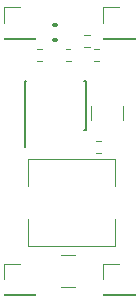
<source format=gto>
G04 #@! TF.GenerationSoftware,KiCad,Pcbnew,5.0.1-33cea8e~68~ubuntu16.04.1*
G04 #@! TF.CreationDate,2018-11-03T17:07:11+01:00*
G04 #@! TF.ProjectId,drone_psu,64726F6E655F7073752E6B696361645F,rev?*
G04 #@! TF.SameCoordinates,Original*
G04 #@! TF.FileFunction,Legend,Top*
G04 #@! TF.FilePolarity,Positive*
%FSLAX46Y46*%
G04 Gerber Fmt 4.6, Leading zero omitted, Abs format (unit mm)*
G04 Created by KiCad (PCBNEW 5.0.1-33cea8e~68~ubuntu16.04.1) date lör  3 nov 2018 17:07:11*
%MOMM*%
%LPD*%
G01*
G04 APERTURE LIST*
%ADD10C,0.120000*%
%ADD11C,0.150000*%
%ADD12C,0.350000*%
%ADD13C,0.100000*%
%ADD14C,0.900000*%
%ADD15R,1.900000X1.900000*%
%ADD16C,1.450000*%
%ADD17R,1.700000X2.400000*%
%ADD18R,2.550000X2.550000*%
%ADD19R,0.800000X1.750000*%
%ADD20C,1.150000*%
G04 APERTURE END LIST*
D10*
G04 #@! TO.C,C4*
X115920000Y-114210000D02*
X115480000Y-114210000D01*
X115920000Y-113190000D02*
X115480000Y-113190000D01*
G04 #@! TO.C,C1*
X120920000Y-122010000D02*
X120480000Y-122010000D01*
X120920000Y-120990000D02*
X120480000Y-120990000D01*
G04 #@! TO.C,R3*
X118320000Y-113190000D02*
X117880000Y-113190000D01*
X118320000Y-114210000D02*
X117880000Y-114210000D01*
G04 #@! TO.C,R2*
X120720000Y-113190000D02*
X120280000Y-113190000D01*
X120720000Y-114210000D02*
X120280000Y-114210000D01*
G04 #@! TO.C,R1*
X119480000Y-113010000D02*
X119920000Y-113010000D01*
X119480000Y-111990000D02*
X119920000Y-111990000D01*
G04 #@! TO.C,J3*
X121070000Y-109670000D02*
X122400000Y-109670000D01*
X121070000Y-111000000D02*
X121070000Y-109670000D01*
X121070000Y-112270000D02*
X123730000Y-112270000D01*
X123730000Y-112270000D02*
X123730000Y-112330000D01*
X121070000Y-112270000D02*
X121070000Y-112330000D01*
X121070000Y-112330000D02*
X123730000Y-112330000D01*
G04 #@! TO.C,C5*
X118702064Y-130640000D02*
X117497936Y-130640000D01*
X118702064Y-133360000D02*
X117497936Y-133360000D01*
G04 #@! TO.C,C3*
X122760000Y-119202064D02*
X122760000Y-117997936D01*
X120040000Y-119202064D02*
X120040000Y-117997936D01*
G04 #@! TO.C,J1*
X112670000Y-109670000D02*
X114000000Y-109670000D01*
X112670000Y-111000000D02*
X112670000Y-109670000D01*
X112670000Y-112270000D02*
X115330000Y-112270000D01*
X115330000Y-112270000D02*
X115330000Y-112330000D01*
X112670000Y-112270000D02*
X112670000Y-112330000D01*
X112670000Y-112330000D02*
X115330000Y-112330000D01*
G04 #@! TO.C,J2*
X121070000Y-131370000D02*
X122400000Y-131370000D01*
X121070000Y-132700000D02*
X121070000Y-131370000D01*
X121070000Y-133970000D02*
X123730000Y-133970000D01*
X123730000Y-133970000D02*
X123730000Y-134030000D01*
X121070000Y-133970000D02*
X121070000Y-134030000D01*
X121070000Y-134030000D02*
X123730000Y-134030000D01*
G04 #@! TO.C,J5*
X112670000Y-131370000D02*
X114000000Y-131370000D01*
X112670000Y-132700000D02*
X112670000Y-131370000D01*
X112670000Y-133970000D02*
X115330000Y-133970000D01*
X115330000Y-133970000D02*
X115330000Y-134030000D01*
X112670000Y-133970000D02*
X112670000Y-134030000D01*
X112670000Y-134030000D02*
X115330000Y-134030000D01*
G04 #@! TO.C,L1*
X122100000Y-122500000D02*
X122100000Y-124800000D01*
X114700000Y-122500000D02*
X122100000Y-122500000D01*
X114700000Y-124800000D02*
X114700000Y-122500000D01*
X114700000Y-129900000D02*
X114700000Y-127600000D01*
X122100000Y-129900000D02*
X114700000Y-129900000D01*
X122100000Y-127600000D02*
X122100000Y-129900000D01*
D11*
G04 #@! TO.C,U1*
X114475000Y-120075000D02*
X114475000Y-121475000D01*
X119575000Y-120075000D02*
X119575000Y-115925000D01*
X114425000Y-120075000D02*
X114425000Y-115925000D01*
X119575000Y-120075000D02*
X119430000Y-120075000D01*
X119575000Y-115925000D02*
X119430000Y-115925000D01*
X114425000Y-115925000D02*
X114570000Y-115925000D01*
X114425000Y-120075000D02*
X114475000Y-120075000D01*
D12*
G04 #@! TO.C,C2*
X117050000Y-112450000D02*
X116908000Y-112450000D01*
X116908000Y-111150000D02*
X117050000Y-111150000D01*
G04 #@! TD*
%LPC*%
D13*
G04 #@! TO.C,C4*
G36*
X116597054Y-113176083D02*
X116618895Y-113179323D01*
X116640314Y-113184688D01*
X116661104Y-113192127D01*
X116681064Y-113201568D01*
X116700003Y-113212919D01*
X116717738Y-113226073D01*
X116734099Y-113240901D01*
X116748927Y-113257262D01*
X116762081Y-113274997D01*
X116773432Y-113293936D01*
X116782873Y-113313896D01*
X116790312Y-113334686D01*
X116795677Y-113356105D01*
X116798917Y-113377946D01*
X116800000Y-113400000D01*
X116800000Y-114000000D01*
X116798917Y-114022054D01*
X116795677Y-114043895D01*
X116790312Y-114065314D01*
X116782873Y-114086104D01*
X116773432Y-114106064D01*
X116762081Y-114125003D01*
X116748927Y-114142738D01*
X116734099Y-114159099D01*
X116717738Y-114173927D01*
X116700003Y-114187081D01*
X116681064Y-114198432D01*
X116661104Y-114207873D01*
X116640314Y-114215312D01*
X116618895Y-114220677D01*
X116597054Y-114223917D01*
X116575000Y-114225000D01*
X116125000Y-114225000D01*
X116102946Y-114223917D01*
X116081105Y-114220677D01*
X116059686Y-114215312D01*
X116038896Y-114207873D01*
X116018936Y-114198432D01*
X115999997Y-114187081D01*
X115982262Y-114173927D01*
X115965901Y-114159099D01*
X115951073Y-114142738D01*
X115937919Y-114125003D01*
X115926568Y-114106064D01*
X115917127Y-114086104D01*
X115909688Y-114065314D01*
X115904323Y-114043895D01*
X115901083Y-114022054D01*
X115900000Y-114000000D01*
X115900000Y-113400000D01*
X115901083Y-113377946D01*
X115904323Y-113356105D01*
X115909688Y-113334686D01*
X115917127Y-113313896D01*
X115926568Y-113293936D01*
X115937919Y-113274997D01*
X115951073Y-113257262D01*
X115965901Y-113240901D01*
X115982262Y-113226073D01*
X115999997Y-113212919D01*
X116018936Y-113201568D01*
X116038896Y-113192127D01*
X116059686Y-113184688D01*
X116081105Y-113179323D01*
X116102946Y-113176083D01*
X116125000Y-113175000D01*
X116575000Y-113175000D01*
X116597054Y-113176083D01*
X116597054Y-113176083D01*
G37*
D14*
X116350000Y-113700000D03*
D13*
G36*
X115297054Y-113176083D02*
X115318895Y-113179323D01*
X115340314Y-113184688D01*
X115361104Y-113192127D01*
X115381064Y-113201568D01*
X115400003Y-113212919D01*
X115417738Y-113226073D01*
X115434099Y-113240901D01*
X115448927Y-113257262D01*
X115462081Y-113274997D01*
X115473432Y-113293936D01*
X115482873Y-113313896D01*
X115490312Y-113334686D01*
X115495677Y-113356105D01*
X115498917Y-113377946D01*
X115500000Y-113400000D01*
X115500000Y-114000000D01*
X115498917Y-114022054D01*
X115495677Y-114043895D01*
X115490312Y-114065314D01*
X115482873Y-114086104D01*
X115473432Y-114106064D01*
X115462081Y-114125003D01*
X115448927Y-114142738D01*
X115434099Y-114159099D01*
X115417738Y-114173927D01*
X115400003Y-114187081D01*
X115381064Y-114198432D01*
X115361104Y-114207873D01*
X115340314Y-114215312D01*
X115318895Y-114220677D01*
X115297054Y-114223917D01*
X115275000Y-114225000D01*
X114825000Y-114225000D01*
X114802946Y-114223917D01*
X114781105Y-114220677D01*
X114759686Y-114215312D01*
X114738896Y-114207873D01*
X114718936Y-114198432D01*
X114699997Y-114187081D01*
X114682262Y-114173927D01*
X114665901Y-114159099D01*
X114651073Y-114142738D01*
X114637919Y-114125003D01*
X114626568Y-114106064D01*
X114617127Y-114086104D01*
X114609688Y-114065314D01*
X114604323Y-114043895D01*
X114601083Y-114022054D01*
X114600000Y-114000000D01*
X114600000Y-113400000D01*
X114601083Y-113377946D01*
X114604323Y-113356105D01*
X114609688Y-113334686D01*
X114617127Y-113313896D01*
X114626568Y-113293936D01*
X114637919Y-113274997D01*
X114651073Y-113257262D01*
X114665901Y-113240901D01*
X114682262Y-113226073D01*
X114699997Y-113212919D01*
X114718936Y-113201568D01*
X114738896Y-113192127D01*
X114759686Y-113184688D01*
X114781105Y-113179323D01*
X114802946Y-113176083D01*
X114825000Y-113175000D01*
X115275000Y-113175000D01*
X115297054Y-113176083D01*
X115297054Y-113176083D01*
G37*
D14*
X115050000Y-113700000D03*
G04 #@! TD*
D13*
G04 #@! TO.C,C1*
G36*
X121597054Y-120976083D02*
X121618895Y-120979323D01*
X121640314Y-120984688D01*
X121661104Y-120992127D01*
X121681064Y-121001568D01*
X121700003Y-121012919D01*
X121717738Y-121026073D01*
X121734099Y-121040901D01*
X121748927Y-121057262D01*
X121762081Y-121074997D01*
X121773432Y-121093936D01*
X121782873Y-121113896D01*
X121790312Y-121134686D01*
X121795677Y-121156105D01*
X121798917Y-121177946D01*
X121800000Y-121200000D01*
X121800000Y-121800000D01*
X121798917Y-121822054D01*
X121795677Y-121843895D01*
X121790312Y-121865314D01*
X121782873Y-121886104D01*
X121773432Y-121906064D01*
X121762081Y-121925003D01*
X121748927Y-121942738D01*
X121734099Y-121959099D01*
X121717738Y-121973927D01*
X121700003Y-121987081D01*
X121681064Y-121998432D01*
X121661104Y-122007873D01*
X121640314Y-122015312D01*
X121618895Y-122020677D01*
X121597054Y-122023917D01*
X121575000Y-122025000D01*
X121125000Y-122025000D01*
X121102946Y-122023917D01*
X121081105Y-122020677D01*
X121059686Y-122015312D01*
X121038896Y-122007873D01*
X121018936Y-121998432D01*
X120999997Y-121987081D01*
X120982262Y-121973927D01*
X120965901Y-121959099D01*
X120951073Y-121942738D01*
X120937919Y-121925003D01*
X120926568Y-121906064D01*
X120917127Y-121886104D01*
X120909688Y-121865314D01*
X120904323Y-121843895D01*
X120901083Y-121822054D01*
X120900000Y-121800000D01*
X120900000Y-121200000D01*
X120901083Y-121177946D01*
X120904323Y-121156105D01*
X120909688Y-121134686D01*
X120917127Y-121113896D01*
X120926568Y-121093936D01*
X120937919Y-121074997D01*
X120951073Y-121057262D01*
X120965901Y-121040901D01*
X120982262Y-121026073D01*
X120999997Y-121012919D01*
X121018936Y-121001568D01*
X121038896Y-120992127D01*
X121059686Y-120984688D01*
X121081105Y-120979323D01*
X121102946Y-120976083D01*
X121125000Y-120975000D01*
X121575000Y-120975000D01*
X121597054Y-120976083D01*
X121597054Y-120976083D01*
G37*
D14*
X121350000Y-121500000D03*
D13*
G36*
X120297054Y-120976083D02*
X120318895Y-120979323D01*
X120340314Y-120984688D01*
X120361104Y-120992127D01*
X120381064Y-121001568D01*
X120400003Y-121012919D01*
X120417738Y-121026073D01*
X120434099Y-121040901D01*
X120448927Y-121057262D01*
X120462081Y-121074997D01*
X120473432Y-121093936D01*
X120482873Y-121113896D01*
X120490312Y-121134686D01*
X120495677Y-121156105D01*
X120498917Y-121177946D01*
X120500000Y-121200000D01*
X120500000Y-121800000D01*
X120498917Y-121822054D01*
X120495677Y-121843895D01*
X120490312Y-121865314D01*
X120482873Y-121886104D01*
X120473432Y-121906064D01*
X120462081Y-121925003D01*
X120448927Y-121942738D01*
X120434099Y-121959099D01*
X120417738Y-121973927D01*
X120400003Y-121987081D01*
X120381064Y-121998432D01*
X120361104Y-122007873D01*
X120340314Y-122015312D01*
X120318895Y-122020677D01*
X120297054Y-122023917D01*
X120275000Y-122025000D01*
X119825000Y-122025000D01*
X119802946Y-122023917D01*
X119781105Y-122020677D01*
X119759686Y-122015312D01*
X119738896Y-122007873D01*
X119718936Y-121998432D01*
X119699997Y-121987081D01*
X119682262Y-121973927D01*
X119665901Y-121959099D01*
X119651073Y-121942738D01*
X119637919Y-121925003D01*
X119626568Y-121906064D01*
X119617127Y-121886104D01*
X119609688Y-121865314D01*
X119604323Y-121843895D01*
X119601083Y-121822054D01*
X119600000Y-121800000D01*
X119600000Y-121200000D01*
X119601083Y-121177946D01*
X119604323Y-121156105D01*
X119609688Y-121134686D01*
X119617127Y-121113896D01*
X119626568Y-121093936D01*
X119637919Y-121074997D01*
X119651073Y-121057262D01*
X119665901Y-121040901D01*
X119682262Y-121026073D01*
X119699997Y-121012919D01*
X119718936Y-121001568D01*
X119738896Y-120992127D01*
X119759686Y-120984688D01*
X119781105Y-120979323D01*
X119802946Y-120976083D01*
X119825000Y-120975000D01*
X120275000Y-120975000D01*
X120297054Y-120976083D01*
X120297054Y-120976083D01*
G37*
D14*
X120050000Y-121500000D03*
G04 #@! TD*
D13*
G04 #@! TO.C,R3*
G36*
X117647054Y-113176083D02*
X117668895Y-113179323D01*
X117690314Y-113184688D01*
X117711104Y-113192127D01*
X117731064Y-113201568D01*
X117750003Y-113212919D01*
X117767738Y-113226073D01*
X117784099Y-113240901D01*
X117798927Y-113257262D01*
X117812081Y-113274997D01*
X117823432Y-113293936D01*
X117832873Y-113313896D01*
X117840312Y-113334686D01*
X117845677Y-113356105D01*
X117848917Y-113377946D01*
X117850000Y-113400000D01*
X117850000Y-114000000D01*
X117848917Y-114022054D01*
X117845677Y-114043895D01*
X117840312Y-114065314D01*
X117832873Y-114086104D01*
X117823432Y-114106064D01*
X117812081Y-114125003D01*
X117798927Y-114142738D01*
X117784099Y-114159099D01*
X117767738Y-114173927D01*
X117750003Y-114187081D01*
X117731064Y-114198432D01*
X117711104Y-114207873D01*
X117690314Y-114215312D01*
X117668895Y-114220677D01*
X117647054Y-114223917D01*
X117625000Y-114225000D01*
X117175000Y-114225000D01*
X117152946Y-114223917D01*
X117131105Y-114220677D01*
X117109686Y-114215312D01*
X117088896Y-114207873D01*
X117068936Y-114198432D01*
X117049997Y-114187081D01*
X117032262Y-114173927D01*
X117015901Y-114159099D01*
X117001073Y-114142738D01*
X116987919Y-114125003D01*
X116976568Y-114106064D01*
X116967127Y-114086104D01*
X116959688Y-114065314D01*
X116954323Y-114043895D01*
X116951083Y-114022054D01*
X116950000Y-114000000D01*
X116950000Y-113400000D01*
X116951083Y-113377946D01*
X116954323Y-113356105D01*
X116959688Y-113334686D01*
X116967127Y-113313896D01*
X116976568Y-113293936D01*
X116987919Y-113274997D01*
X117001073Y-113257262D01*
X117015901Y-113240901D01*
X117032262Y-113226073D01*
X117049997Y-113212919D01*
X117068936Y-113201568D01*
X117088896Y-113192127D01*
X117109686Y-113184688D01*
X117131105Y-113179323D01*
X117152946Y-113176083D01*
X117175000Y-113175000D01*
X117625000Y-113175000D01*
X117647054Y-113176083D01*
X117647054Y-113176083D01*
G37*
D14*
X117400000Y-113700000D03*
D13*
G36*
X118997054Y-113176083D02*
X119018895Y-113179323D01*
X119040314Y-113184688D01*
X119061104Y-113192127D01*
X119081064Y-113201568D01*
X119100003Y-113212919D01*
X119117738Y-113226073D01*
X119134099Y-113240901D01*
X119148927Y-113257262D01*
X119162081Y-113274997D01*
X119173432Y-113293936D01*
X119182873Y-113313896D01*
X119190312Y-113334686D01*
X119195677Y-113356105D01*
X119198917Y-113377946D01*
X119200000Y-113400000D01*
X119200000Y-114000000D01*
X119198917Y-114022054D01*
X119195677Y-114043895D01*
X119190312Y-114065314D01*
X119182873Y-114086104D01*
X119173432Y-114106064D01*
X119162081Y-114125003D01*
X119148927Y-114142738D01*
X119134099Y-114159099D01*
X119117738Y-114173927D01*
X119100003Y-114187081D01*
X119081064Y-114198432D01*
X119061104Y-114207873D01*
X119040314Y-114215312D01*
X119018895Y-114220677D01*
X118997054Y-114223917D01*
X118975000Y-114225000D01*
X118525000Y-114225000D01*
X118502946Y-114223917D01*
X118481105Y-114220677D01*
X118459686Y-114215312D01*
X118438896Y-114207873D01*
X118418936Y-114198432D01*
X118399997Y-114187081D01*
X118382262Y-114173927D01*
X118365901Y-114159099D01*
X118351073Y-114142738D01*
X118337919Y-114125003D01*
X118326568Y-114106064D01*
X118317127Y-114086104D01*
X118309688Y-114065314D01*
X118304323Y-114043895D01*
X118301083Y-114022054D01*
X118300000Y-114000000D01*
X118300000Y-113400000D01*
X118301083Y-113377946D01*
X118304323Y-113356105D01*
X118309688Y-113334686D01*
X118317127Y-113313896D01*
X118326568Y-113293936D01*
X118337919Y-113274997D01*
X118351073Y-113257262D01*
X118365901Y-113240901D01*
X118382262Y-113226073D01*
X118399997Y-113212919D01*
X118418936Y-113201568D01*
X118438896Y-113192127D01*
X118459686Y-113184688D01*
X118481105Y-113179323D01*
X118502946Y-113176083D01*
X118525000Y-113175000D01*
X118975000Y-113175000D01*
X118997054Y-113176083D01*
X118997054Y-113176083D01*
G37*
D14*
X118750000Y-113700000D03*
G04 #@! TD*
D13*
G04 #@! TO.C,R2*
G36*
X120047054Y-113176083D02*
X120068895Y-113179323D01*
X120090314Y-113184688D01*
X120111104Y-113192127D01*
X120131064Y-113201568D01*
X120150003Y-113212919D01*
X120167738Y-113226073D01*
X120184099Y-113240901D01*
X120198927Y-113257262D01*
X120212081Y-113274997D01*
X120223432Y-113293936D01*
X120232873Y-113313896D01*
X120240312Y-113334686D01*
X120245677Y-113356105D01*
X120248917Y-113377946D01*
X120250000Y-113400000D01*
X120250000Y-114000000D01*
X120248917Y-114022054D01*
X120245677Y-114043895D01*
X120240312Y-114065314D01*
X120232873Y-114086104D01*
X120223432Y-114106064D01*
X120212081Y-114125003D01*
X120198927Y-114142738D01*
X120184099Y-114159099D01*
X120167738Y-114173927D01*
X120150003Y-114187081D01*
X120131064Y-114198432D01*
X120111104Y-114207873D01*
X120090314Y-114215312D01*
X120068895Y-114220677D01*
X120047054Y-114223917D01*
X120025000Y-114225000D01*
X119575000Y-114225000D01*
X119552946Y-114223917D01*
X119531105Y-114220677D01*
X119509686Y-114215312D01*
X119488896Y-114207873D01*
X119468936Y-114198432D01*
X119449997Y-114187081D01*
X119432262Y-114173927D01*
X119415901Y-114159099D01*
X119401073Y-114142738D01*
X119387919Y-114125003D01*
X119376568Y-114106064D01*
X119367127Y-114086104D01*
X119359688Y-114065314D01*
X119354323Y-114043895D01*
X119351083Y-114022054D01*
X119350000Y-114000000D01*
X119350000Y-113400000D01*
X119351083Y-113377946D01*
X119354323Y-113356105D01*
X119359688Y-113334686D01*
X119367127Y-113313896D01*
X119376568Y-113293936D01*
X119387919Y-113274997D01*
X119401073Y-113257262D01*
X119415901Y-113240901D01*
X119432262Y-113226073D01*
X119449997Y-113212919D01*
X119468936Y-113201568D01*
X119488896Y-113192127D01*
X119509686Y-113184688D01*
X119531105Y-113179323D01*
X119552946Y-113176083D01*
X119575000Y-113175000D01*
X120025000Y-113175000D01*
X120047054Y-113176083D01*
X120047054Y-113176083D01*
G37*
D14*
X119800000Y-113700000D03*
D13*
G36*
X121397054Y-113176083D02*
X121418895Y-113179323D01*
X121440314Y-113184688D01*
X121461104Y-113192127D01*
X121481064Y-113201568D01*
X121500003Y-113212919D01*
X121517738Y-113226073D01*
X121534099Y-113240901D01*
X121548927Y-113257262D01*
X121562081Y-113274997D01*
X121573432Y-113293936D01*
X121582873Y-113313896D01*
X121590312Y-113334686D01*
X121595677Y-113356105D01*
X121598917Y-113377946D01*
X121600000Y-113400000D01*
X121600000Y-114000000D01*
X121598917Y-114022054D01*
X121595677Y-114043895D01*
X121590312Y-114065314D01*
X121582873Y-114086104D01*
X121573432Y-114106064D01*
X121562081Y-114125003D01*
X121548927Y-114142738D01*
X121534099Y-114159099D01*
X121517738Y-114173927D01*
X121500003Y-114187081D01*
X121481064Y-114198432D01*
X121461104Y-114207873D01*
X121440314Y-114215312D01*
X121418895Y-114220677D01*
X121397054Y-114223917D01*
X121375000Y-114225000D01*
X120925000Y-114225000D01*
X120902946Y-114223917D01*
X120881105Y-114220677D01*
X120859686Y-114215312D01*
X120838896Y-114207873D01*
X120818936Y-114198432D01*
X120799997Y-114187081D01*
X120782262Y-114173927D01*
X120765901Y-114159099D01*
X120751073Y-114142738D01*
X120737919Y-114125003D01*
X120726568Y-114106064D01*
X120717127Y-114086104D01*
X120709688Y-114065314D01*
X120704323Y-114043895D01*
X120701083Y-114022054D01*
X120700000Y-114000000D01*
X120700000Y-113400000D01*
X120701083Y-113377946D01*
X120704323Y-113356105D01*
X120709688Y-113334686D01*
X120717127Y-113313896D01*
X120726568Y-113293936D01*
X120737919Y-113274997D01*
X120751073Y-113257262D01*
X120765901Y-113240901D01*
X120782262Y-113226073D01*
X120799997Y-113212919D01*
X120818936Y-113201568D01*
X120838896Y-113192127D01*
X120859686Y-113184688D01*
X120881105Y-113179323D01*
X120902946Y-113176083D01*
X120925000Y-113175000D01*
X121375000Y-113175000D01*
X121397054Y-113176083D01*
X121397054Y-113176083D01*
G37*
D14*
X121150000Y-113700000D03*
G04 #@! TD*
D13*
G04 #@! TO.C,R1*
G36*
X120647054Y-111976083D02*
X120668895Y-111979323D01*
X120690314Y-111984688D01*
X120711104Y-111992127D01*
X120731064Y-112001568D01*
X120750003Y-112012919D01*
X120767738Y-112026073D01*
X120784099Y-112040901D01*
X120798927Y-112057262D01*
X120812081Y-112074997D01*
X120823432Y-112093936D01*
X120832873Y-112113896D01*
X120840312Y-112134686D01*
X120845677Y-112156105D01*
X120848917Y-112177946D01*
X120850000Y-112200000D01*
X120850000Y-112800000D01*
X120848917Y-112822054D01*
X120845677Y-112843895D01*
X120840312Y-112865314D01*
X120832873Y-112886104D01*
X120823432Y-112906064D01*
X120812081Y-112925003D01*
X120798927Y-112942738D01*
X120784099Y-112959099D01*
X120767738Y-112973927D01*
X120750003Y-112987081D01*
X120731064Y-112998432D01*
X120711104Y-113007873D01*
X120690314Y-113015312D01*
X120668895Y-113020677D01*
X120647054Y-113023917D01*
X120625000Y-113025000D01*
X120175000Y-113025000D01*
X120152946Y-113023917D01*
X120131105Y-113020677D01*
X120109686Y-113015312D01*
X120088896Y-113007873D01*
X120068936Y-112998432D01*
X120049997Y-112987081D01*
X120032262Y-112973927D01*
X120015901Y-112959099D01*
X120001073Y-112942738D01*
X119987919Y-112925003D01*
X119976568Y-112906064D01*
X119967127Y-112886104D01*
X119959688Y-112865314D01*
X119954323Y-112843895D01*
X119951083Y-112822054D01*
X119950000Y-112800000D01*
X119950000Y-112200000D01*
X119951083Y-112177946D01*
X119954323Y-112156105D01*
X119959688Y-112134686D01*
X119967127Y-112113896D01*
X119976568Y-112093936D01*
X119987919Y-112074997D01*
X120001073Y-112057262D01*
X120015901Y-112040901D01*
X120032262Y-112026073D01*
X120049997Y-112012919D01*
X120068936Y-112001568D01*
X120088896Y-111992127D01*
X120109686Y-111984688D01*
X120131105Y-111979323D01*
X120152946Y-111976083D01*
X120175000Y-111975000D01*
X120625000Y-111975000D01*
X120647054Y-111976083D01*
X120647054Y-111976083D01*
G37*
D14*
X120400000Y-112500000D03*
D13*
G36*
X119297054Y-111976083D02*
X119318895Y-111979323D01*
X119340314Y-111984688D01*
X119361104Y-111992127D01*
X119381064Y-112001568D01*
X119400003Y-112012919D01*
X119417738Y-112026073D01*
X119434099Y-112040901D01*
X119448927Y-112057262D01*
X119462081Y-112074997D01*
X119473432Y-112093936D01*
X119482873Y-112113896D01*
X119490312Y-112134686D01*
X119495677Y-112156105D01*
X119498917Y-112177946D01*
X119500000Y-112200000D01*
X119500000Y-112800000D01*
X119498917Y-112822054D01*
X119495677Y-112843895D01*
X119490312Y-112865314D01*
X119482873Y-112886104D01*
X119473432Y-112906064D01*
X119462081Y-112925003D01*
X119448927Y-112942738D01*
X119434099Y-112959099D01*
X119417738Y-112973927D01*
X119400003Y-112987081D01*
X119381064Y-112998432D01*
X119361104Y-113007873D01*
X119340314Y-113015312D01*
X119318895Y-113020677D01*
X119297054Y-113023917D01*
X119275000Y-113025000D01*
X118825000Y-113025000D01*
X118802946Y-113023917D01*
X118781105Y-113020677D01*
X118759686Y-113015312D01*
X118738896Y-113007873D01*
X118718936Y-112998432D01*
X118699997Y-112987081D01*
X118682262Y-112973927D01*
X118665901Y-112959099D01*
X118651073Y-112942738D01*
X118637919Y-112925003D01*
X118626568Y-112906064D01*
X118617127Y-112886104D01*
X118609688Y-112865314D01*
X118604323Y-112843895D01*
X118601083Y-112822054D01*
X118600000Y-112800000D01*
X118600000Y-112200000D01*
X118601083Y-112177946D01*
X118604323Y-112156105D01*
X118609688Y-112134686D01*
X118617127Y-112113896D01*
X118626568Y-112093936D01*
X118637919Y-112074997D01*
X118651073Y-112057262D01*
X118665901Y-112040901D01*
X118682262Y-112026073D01*
X118699997Y-112012919D01*
X118718936Y-112001568D01*
X118738896Y-111992127D01*
X118759686Y-111984688D01*
X118781105Y-111979323D01*
X118802946Y-111976083D01*
X118825000Y-111975000D01*
X119275000Y-111975000D01*
X119297054Y-111976083D01*
X119297054Y-111976083D01*
G37*
D14*
X119050000Y-112500000D03*
G04 #@! TD*
D15*
G04 #@! TO.C,J3*
X122400000Y-111000000D03*
G04 #@! TD*
D13*
G04 #@! TO.C,C5*
G36*
X117163425Y-130576396D02*
X117191576Y-130580572D01*
X117219183Y-130587487D01*
X117245978Y-130597075D01*
X117271705Y-130609243D01*
X117296115Y-130623874D01*
X117318974Y-130640827D01*
X117340061Y-130659939D01*
X117359173Y-130681026D01*
X117376126Y-130703885D01*
X117390757Y-130728295D01*
X117402925Y-130754022D01*
X117412513Y-130780817D01*
X117419428Y-130808424D01*
X117423604Y-130836575D01*
X117425000Y-130865000D01*
X117425000Y-133135000D01*
X117423604Y-133163425D01*
X117419428Y-133191576D01*
X117412513Y-133219183D01*
X117402925Y-133245978D01*
X117390757Y-133271705D01*
X117376126Y-133296115D01*
X117359173Y-133318974D01*
X117340061Y-133340061D01*
X117318974Y-133359173D01*
X117296115Y-133376126D01*
X117271705Y-133390757D01*
X117245978Y-133402925D01*
X117219183Y-133412513D01*
X117191576Y-133419428D01*
X117163425Y-133423604D01*
X117135000Y-133425000D01*
X116265000Y-133425000D01*
X116236575Y-133423604D01*
X116208424Y-133419428D01*
X116180817Y-133412513D01*
X116154022Y-133402925D01*
X116128295Y-133390757D01*
X116103885Y-133376126D01*
X116081026Y-133359173D01*
X116059939Y-133340061D01*
X116040827Y-133318974D01*
X116023874Y-133296115D01*
X116009243Y-133271705D01*
X115997075Y-133245978D01*
X115987487Y-133219183D01*
X115980572Y-133191576D01*
X115976396Y-133163425D01*
X115975000Y-133135000D01*
X115975000Y-130865000D01*
X115976396Y-130836575D01*
X115980572Y-130808424D01*
X115987487Y-130780817D01*
X115997075Y-130754022D01*
X116009243Y-130728295D01*
X116023874Y-130703885D01*
X116040827Y-130681026D01*
X116059939Y-130659939D01*
X116081026Y-130640827D01*
X116103885Y-130623874D01*
X116128295Y-130609243D01*
X116154022Y-130597075D01*
X116180817Y-130587487D01*
X116208424Y-130580572D01*
X116236575Y-130576396D01*
X116265000Y-130575000D01*
X117135000Y-130575000D01*
X117163425Y-130576396D01*
X117163425Y-130576396D01*
G37*
D16*
X116700000Y-132000000D03*
D13*
G36*
X119963425Y-130576396D02*
X119991576Y-130580572D01*
X120019183Y-130587487D01*
X120045978Y-130597075D01*
X120071705Y-130609243D01*
X120096115Y-130623874D01*
X120118974Y-130640827D01*
X120140061Y-130659939D01*
X120159173Y-130681026D01*
X120176126Y-130703885D01*
X120190757Y-130728295D01*
X120202925Y-130754022D01*
X120212513Y-130780817D01*
X120219428Y-130808424D01*
X120223604Y-130836575D01*
X120225000Y-130865000D01*
X120225000Y-133135000D01*
X120223604Y-133163425D01*
X120219428Y-133191576D01*
X120212513Y-133219183D01*
X120202925Y-133245978D01*
X120190757Y-133271705D01*
X120176126Y-133296115D01*
X120159173Y-133318974D01*
X120140061Y-133340061D01*
X120118974Y-133359173D01*
X120096115Y-133376126D01*
X120071705Y-133390757D01*
X120045978Y-133402925D01*
X120019183Y-133412513D01*
X119991576Y-133419428D01*
X119963425Y-133423604D01*
X119935000Y-133425000D01*
X119065000Y-133425000D01*
X119036575Y-133423604D01*
X119008424Y-133419428D01*
X118980817Y-133412513D01*
X118954022Y-133402925D01*
X118928295Y-133390757D01*
X118903885Y-133376126D01*
X118881026Y-133359173D01*
X118859939Y-133340061D01*
X118840827Y-133318974D01*
X118823874Y-133296115D01*
X118809243Y-133271705D01*
X118797075Y-133245978D01*
X118787487Y-133219183D01*
X118780572Y-133191576D01*
X118776396Y-133163425D01*
X118775000Y-133135000D01*
X118775000Y-130865000D01*
X118776396Y-130836575D01*
X118780572Y-130808424D01*
X118787487Y-130780817D01*
X118797075Y-130754022D01*
X118809243Y-130728295D01*
X118823874Y-130703885D01*
X118840827Y-130681026D01*
X118859939Y-130659939D01*
X118881026Y-130640827D01*
X118903885Y-130623874D01*
X118928295Y-130609243D01*
X118954022Y-130597075D01*
X118980817Y-130587487D01*
X119008424Y-130580572D01*
X119036575Y-130576396D01*
X119065000Y-130575000D01*
X119935000Y-130575000D01*
X119963425Y-130576396D01*
X119963425Y-130576396D01*
G37*
D16*
X119500000Y-132000000D03*
G04 #@! TD*
D13*
G04 #@! TO.C,C3*
G36*
X122563425Y-116476396D02*
X122591576Y-116480572D01*
X122619183Y-116487487D01*
X122645978Y-116497075D01*
X122671705Y-116509243D01*
X122696115Y-116523874D01*
X122718974Y-116540827D01*
X122740061Y-116559939D01*
X122759173Y-116581026D01*
X122776126Y-116603885D01*
X122790757Y-116628295D01*
X122802925Y-116654022D01*
X122812513Y-116680817D01*
X122819428Y-116708424D01*
X122823604Y-116736575D01*
X122825000Y-116765000D01*
X122825000Y-117635000D01*
X122823604Y-117663425D01*
X122819428Y-117691576D01*
X122812513Y-117719183D01*
X122802925Y-117745978D01*
X122790757Y-117771705D01*
X122776126Y-117796115D01*
X122759173Y-117818974D01*
X122740061Y-117840061D01*
X122718974Y-117859173D01*
X122696115Y-117876126D01*
X122671705Y-117890757D01*
X122645978Y-117902925D01*
X122619183Y-117912513D01*
X122591576Y-117919428D01*
X122563425Y-117923604D01*
X122535000Y-117925000D01*
X120265000Y-117925000D01*
X120236575Y-117923604D01*
X120208424Y-117919428D01*
X120180817Y-117912513D01*
X120154022Y-117902925D01*
X120128295Y-117890757D01*
X120103885Y-117876126D01*
X120081026Y-117859173D01*
X120059939Y-117840061D01*
X120040827Y-117818974D01*
X120023874Y-117796115D01*
X120009243Y-117771705D01*
X119997075Y-117745978D01*
X119987487Y-117719183D01*
X119980572Y-117691576D01*
X119976396Y-117663425D01*
X119975000Y-117635000D01*
X119975000Y-116765000D01*
X119976396Y-116736575D01*
X119980572Y-116708424D01*
X119987487Y-116680817D01*
X119997075Y-116654022D01*
X120009243Y-116628295D01*
X120023874Y-116603885D01*
X120040827Y-116581026D01*
X120059939Y-116559939D01*
X120081026Y-116540827D01*
X120103885Y-116523874D01*
X120128295Y-116509243D01*
X120154022Y-116497075D01*
X120180817Y-116487487D01*
X120208424Y-116480572D01*
X120236575Y-116476396D01*
X120265000Y-116475000D01*
X122535000Y-116475000D01*
X122563425Y-116476396D01*
X122563425Y-116476396D01*
G37*
D16*
X121400000Y-117200000D03*
D13*
G36*
X122563425Y-119276396D02*
X122591576Y-119280572D01*
X122619183Y-119287487D01*
X122645978Y-119297075D01*
X122671705Y-119309243D01*
X122696115Y-119323874D01*
X122718974Y-119340827D01*
X122740061Y-119359939D01*
X122759173Y-119381026D01*
X122776126Y-119403885D01*
X122790757Y-119428295D01*
X122802925Y-119454022D01*
X122812513Y-119480817D01*
X122819428Y-119508424D01*
X122823604Y-119536575D01*
X122825000Y-119565000D01*
X122825000Y-120435000D01*
X122823604Y-120463425D01*
X122819428Y-120491576D01*
X122812513Y-120519183D01*
X122802925Y-120545978D01*
X122790757Y-120571705D01*
X122776126Y-120596115D01*
X122759173Y-120618974D01*
X122740061Y-120640061D01*
X122718974Y-120659173D01*
X122696115Y-120676126D01*
X122671705Y-120690757D01*
X122645978Y-120702925D01*
X122619183Y-120712513D01*
X122591576Y-120719428D01*
X122563425Y-120723604D01*
X122535000Y-120725000D01*
X120265000Y-120725000D01*
X120236575Y-120723604D01*
X120208424Y-120719428D01*
X120180817Y-120712513D01*
X120154022Y-120702925D01*
X120128295Y-120690757D01*
X120103885Y-120676126D01*
X120081026Y-120659173D01*
X120059939Y-120640061D01*
X120040827Y-120618974D01*
X120023874Y-120596115D01*
X120009243Y-120571705D01*
X119997075Y-120545978D01*
X119987487Y-120519183D01*
X119980572Y-120491576D01*
X119976396Y-120463425D01*
X119975000Y-120435000D01*
X119975000Y-119565000D01*
X119976396Y-119536575D01*
X119980572Y-119508424D01*
X119987487Y-119480817D01*
X119997075Y-119454022D01*
X120009243Y-119428295D01*
X120023874Y-119403885D01*
X120040827Y-119381026D01*
X120059939Y-119359939D01*
X120081026Y-119340827D01*
X120103885Y-119323874D01*
X120128295Y-119309243D01*
X120154022Y-119297075D01*
X120180817Y-119287487D01*
X120208424Y-119280572D01*
X120236575Y-119276396D01*
X120265000Y-119275000D01*
X122535000Y-119275000D01*
X122563425Y-119276396D01*
X122563425Y-119276396D01*
G37*
D16*
X121400000Y-120000000D03*
G04 #@! TD*
D15*
G04 #@! TO.C,J1*
X114000000Y-111000000D03*
G04 #@! TD*
G04 #@! TO.C,J2*
X122400000Y-132700000D03*
G04 #@! TD*
G04 #@! TO.C,J5*
X114000000Y-132700000D03*
G04 #@! TD*
D17*
G04 #@! TO.C,L1*
X121600000Y-126200000D03*
X115200000Y-126200000D03*
G04 #@! TD*
D18*
G04 #@! TO.C,U1*
X117000000Y-118000000D03*
D19*
X115095000Y-115300000D03*
X116365000Y-115300000D03*
X117635000Y-115300000D03*
X118905000Y-115300000D03*
X118905000Y-120700000D03*
X117635000Y-120700000D03*
X116365000Y-120700000D03*
X115095000Y-120700000D03*
G04 #@! TD*
D13*
G04 #@! TO.C,C2*
G36*
X118115680Y-111026384D02*
X118143588Y-111030524D01*
X118170957Y-111037380D01*
X118197521Y-111046885D01*
X118223027Y-111058948D01*
X118247226Y-111073452D01*
X118269888Y-111090259D01*
X118290793Y-111109207D01*
X118309741Y-111130112D01*
X118326548Y-111152774D01*
X118341052Y-111176973D01*
X118353115Y-111202479D01*
X118362620Y-111229043D01*
X118369476Y-111256412D01*
X118373616Y-111284320D01*
X118375000Y-111312500D01*
X118375000Y-112287500D01*
X118373616Y-112315680D01*
X118369476Y-112343588D01*
X118362620Y-112370957D01*
X118353115Y-112397521D01*
X118341052Y-112423027D01*
X118326548Y-112447226D01*
X118309741Y-112469888D01*
X118290793Y-112490793D01*
X118269888Y-112509741D01*
X118247226Y-112526548D01*
X118223027Y-112541052D01*
X118197521Y-112553115D01*
X118170957Y-112562620D01*
X118143588Y-112569476D01*
X118115680Y-112573616D01*
X118087500Y-112575000D01*
X117512500Y-112575000D01*
X117484320Y-112573616D01*
X117456412Y-112569476D01*
X117429043Y-112562620D01*
X117402479Y-112553115D01*
X117376973Y-112541052D01*
X117352774Y-112526548D01*
X117330112Y-112509741D01*
X117309207Y-112490793D01*
X117290259Y-112469888D01*
X117273452Y-112447226D01*
X117258948Y-112423027D01*
X117246885Y-112397521D01*
X117237380Y-112370957D01*
X117230524Y-112343588D01*
X117226384Y-112315680D01*
X117225000Y-112287500D01*
X117225000Y-111312500D01*
X117226384Y-111284320D01*
X117230524Y-111256412D01*
X117237380Y-111229043D01*
X117246885Y-111202479D01*
X117258948Y-111176973D01*
X117273452Y-111152774D01*
X117290259Y-111130112D01*
X117309207Y-111109207D01*
X117330112Y-111090259D01*
X117352774Y-111073452D01*
X117376973Y-111058948D01*
X117402479Y-111046885D01*
X117429043Y-111037380D01*
X117456412Y-111030524D01*
X117484320Y-111026384D01*
X117512500Y-111025000D01*
X118087500Y-111025000D01*
X118115680Y-111026384D01*
X118115680Y-111026384D01*
G37*
D20*
X117800000Y-111800000D03*
D13*
G36*
X116515680Y-111026384D02*
X116543588Y-111030524D01*
X116570957Y-111037380D01*
X116597521Y-111046885D01*
X116623027Y-111058948D01*
X116647226Y-111073452D01*
X116669888Y-111090259D01*
X116690793Y-111109207D01*
X116709741Y-111130112D01*
X116726548Y-111152774D01*
X116741052Y-111176973D01*
X116753115Y-111202479D01*
X116762620Y-111229043D01*
X116769476Y-111256412D01*
X116773616Y-111284320D01*
X116775000Y-111312500D01*
X116775000Y-112287500D01*
X116773616Y-112315680D01*
X116769476Y-112343588D01*
X116762620Y-112370957D01*
X116753115Y-112397521D01*
X116741052Y-112423027D01*
X116726548Y-112447226D01*
X116709741Y-112469888D01*
X116690793Y-112490793D01*
X116669888Y-112509741D01*
X116647226Y-112526548D01*
X116623027Y-112541052D01*
X116597521Y-112553115D01*
X116570957Y-112562620D01*
X116543588Y-112569476D01*
X116515680Y-112573616D01*
X116487500Y-112575000D01*
X115912500Y-112575000D01*
X115884320Y-112573616D01*
X115856412Y-112569476D01*
X115829043Y-112562620D01*
X115802479Y-112553115D01*
X115776973Y-112541052D01*
X115752774Y-112526548D01*
X115730112Y-112509741D01*
X115709207Y-112490793D01*
X115690259Y-112469888D01*
X115673452Y-112447226D01*
X115658948Y-112423027D01*
X115646885Y-112397521D01*
X115637380Y-112370957D01*
X115630524Y-112343588D01*
X115626384Y-112315680D01*
X115625000Y-112287500D01*
X115625000Y-111312500D01*
X115626384Y-111284320D01*
X115630524Y-111256412D01*
X115637380Y-111229043D01*
X115646885Y-111202479D01*
X115658948Y-111176973D01*
X115673452Y-111152774D01*
X115690259Y-111130112D01*
X115709207Y-111109207D01*
X115730112Y-111090259D01*
X115752774Y-111073452D01*
X115776973Y-111058948D01*
X115802479Y-111046885D01*
X115829043Y-111037380D01*
X115856412Y-111030524D01*
X115884320Y-111026384D01*
X115912500Y-111025000D01*
X116487500Y-111025000D01*
X116515680Y-111026384D01*
X116515680Y-111026384D01*
G37*
D20*
X116200000Y-111800000D03*
G04 #@! TD*
M02*

</source>
